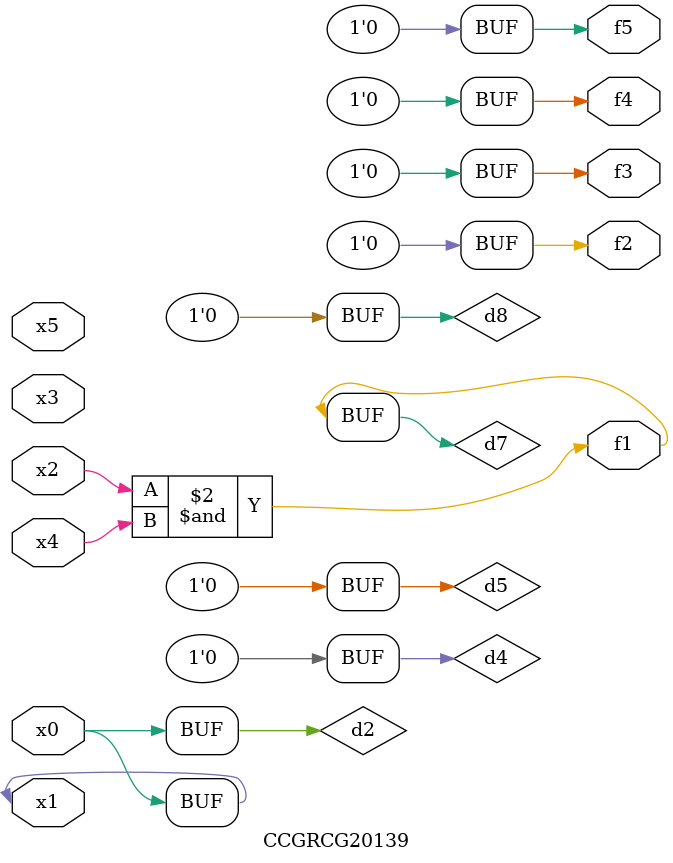
<source format=v>
module CCGRCG20139(
	input x0, x1, x2, x3, x4, x5,
	output f1, f2, f3, f4, f5
);

	wire d1, d2, d3, d4, d5, d6, d7, d8, d9;

	nand (d1, x1);
	buf (d2, x0, x1);
	nand (d3, x2, x4);
	and (d4, d1, d2);
	and (d5, d1, d2);
	nand (d6, d1, d3);
	not (d7, d3);
	xor (d8, d5);
	nor (d9, d5, d6);
	assign f1 = d7;
	assign f2 = d8;
	assign f3 = d8;
	assign f4 = d8;
	assign f5 = d8;
endmodule

</source>
